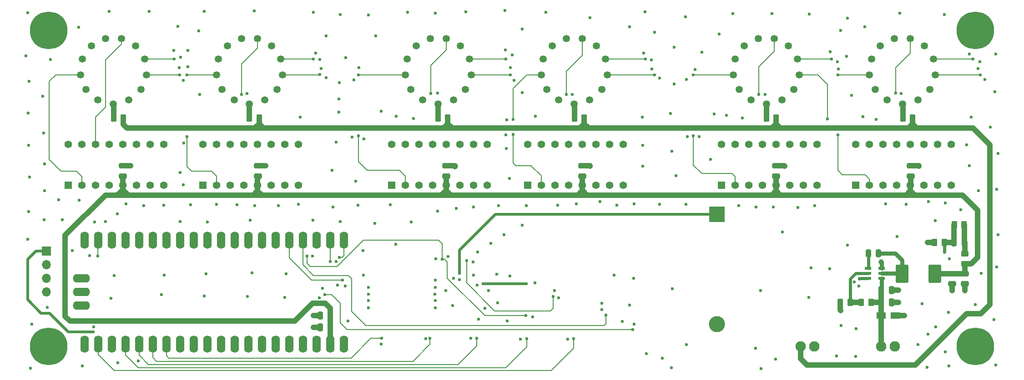
<source format=gbl>
%TF.GenerationSoftware,KiCad,Pcbnew,7.0.5-0*%
%TF.CreationDate,2023-12-27T11:16:32-05:00*%
%TF.ProjectId,nixie,6e697869-652e-46b6-9963-61645f706362,rev?*%
%TF.SameCoordinates,Original*%
%TF.FileFunction,Copper,L4,Bot*%
%TF.FilePolarity,Positive*%
%FSLAX46Y46*%
G04 Gerber Fmt 4.6, Leading zero omitted, Abs format (unit mm)*
G04 Created by KiCad (PCBNEW 7.0.5-0) date 2023-12-27 11:16:32*
%MOMM*%
%LPD*%
G01*
G04 APERTURE LIST*
G04 Aperture macros list*
%AMRoundRect*
0 Rectangle with rounded corners*
0 $1 Rounding radius*
0 $2 $3 $4 $5 $6 $7 $8 $9 X,Y pos of 4 corners*
0 Add a 4 corners polygon primitive as box body*
4,1,4,$2,$3,$4,$5,$6,$7,$8,$9,$2,$3,0*
0 Add four circle primitives for the rounded corners*
1,1,$1+$1,$2,$3*
1,1,$1+$1,$4,$5*
1,1,$1+$1,$6,$7*
1,1,$1+$1,$8,$9*
0 Add four rect primitives between the rounded corners*
20,1,$1+$1,$2,$3,$4,$5,0*
20,1,$1+$1,$4,$5,$6,$7,0*
20,1,$1+$1,$6,$7,$8,$9,0*
20,1,$1+$1,$8,$9,$2,$3,0*%
G04 Aperture macros list end*
%TA.AperFunction,ComponentPad*%
%ADD10C,1.950000*%
%TD*%
%TA.AperFunction,SMDPad,CuDef*%
%ADD11R,1.250000X0.600000*%
%TD*%
%TA.AperFunction,ComponentPad*%
%ADD12C,0.800000*%
%TD*%
%TA.AperFunction,ComponentPad*%
%ADD13C,7.000000*%
%TD*%
%TA.AperFunction,ComponentPad*%
%ADD14R,1.700000X1.700000*%
%TD*%
%TA.AperFunction,ComponentPad*%
%ADD15O,1.700000X1.700000*%
%TD*%
%TA.AperFunction,ComponentPad*%
%ADD16R,1.400000X1.400000*%
%TD*%
%TA.AperFunction,ComponentPad*%
%ADD17C,1.400000*%
%TD*%
%TA.AperFunction,ComponentPad*%
%ADD18O,1.600000X3.200000*%
%TD*%
%TA.AperFunction,ComponentPad*%
%ADD19O,3.200000X1.600000*%
%TD*%
%TA.AperFunction,ComponentPad*%
%ADD20R,3.000000X3.000000*%
%TD*%
%TA.AperFunction,ComponentPad*%
%ADD21C,3.000000*%
%TD*%
%TA.AperFunction,SMDPad,CuDef*%
%ADD22RoundRect,0.250000X0.250000X0.475000X-0.250000X0.475000X-0.250000X-0.475000X0.250000X-0.475000X0*%
%TD*%
%TA.AperFunction,SMDPad,CuDef*%
%ADD23R,1.800000X1.150000*%
%TD*%
%TA.AperFunction,ComponentPad*%
%ADD24C,1.348000*%
%TD*%
%TA.AperFunction,SMDPad,CuDef*%
%ADD25RoundRect,0.250000X0.475000X-0.250000X0.475000X0.250000X-0.475000X0.250000X-0.475000X-0.250000X0*%
%TD*%
%TA.AperFunction,SMDPad,CuDef*%
%ADD26RoundRect,0.235000X-0.940000X-1.465000X0.940000X-1.465000X0.940000X1.465000X-0.940000X1.465000X0*%
%TD*%
%TA.AperFunction,SMDPad,CuDef*%
%ADD27RoundRect,0.250000X0.262500X0.450000X-0.262500X0.450000X-0.262500X-0.450000X0.262500X-0.450000X0*%
%TD*%
%TA.AperFunction,SMDPad,CuDef*%
%ADD28RoundRect,0.250000X0.450000X-0.262500X0.450000X0.262500X-0.450000X0.262500X-0.450000X-0.262500X0*%
%TD*%
%TA.AperFunction,SMDPad,CuDef*%
%ADD29RoundRect,0.250000X-0.250000X-0.475000X0.250000X-0.475000X0.250000X0.475000X-0.250000X0.475000X0*%
%TD*%
%TA.AperFunction,SMDPad,CuDef*%
%ADD30RoundRect,0.250000X-0.475000X0.250000X-0.475000X-0.250000X0.475000X-0.250000X0.475000X0.250000X0*%
%TD*%
%TA.AperFunction,SMDPad,CuDef*%
%ADD31RoundRect,0.250000X-0.262500X-0.450000X0.262500X-0.450000X0.262500X0.450000X-0.262500X0.450000X0*%
%TD*%
%TA.AperFunction,ViaPad*%
%ADD32C,0.600000*%
%TD*%
%TA.AperFunction,ViaPad*%
%ADD33C,1.000000*%
%TD*%
%TA.AperFunction,ViaPad*%
%ADD34C,1.200000*%
%TD*%
%TA.AperFunction,Conductor*%
%ADD35C,1.000000*%
%TD*%
%TA.AperFunction,Conductor*%
%ADD36C,0.800000*%
%TD*%
%TA.AperFunction,Conductor*%
%ADD37C,0.500000*%
%TD*%
%TA.AperFunction,Conductor*%
%ADD38C,0.200000*%
%TD*%
%TA.AperFunction,Conductor*%
%ADD39C,0.600000*%
%TD*%
%TA.AperFunction,Conductor*%
%ADD40C,0.750000*%
%TD*%
G04 APERTURE END LIST*
D10*
%TO.P,J4,1,1*%
%TO.N,+12V*%
X225000000Y-141100000D03*
%TO.P,J4,2,2*%
%TO.N,GND*%
X227540000Y-141100000D03*
%TD*%
%TO.P,J3,1,1*%
%TO.N,VCC*%
X210000000Y-141100000D03*
%TO.P,J3,2,2*%
%TO.N,GND*%
X212540000Y-141100000D03*
%TD*%
D11*
%TO.P,IC9,1,GND*%
%TO.N,GND*%
X225037500Y-126550000D03*
%TO.P,IC9,2,SW*%
%TO.N,Net-(IC9-SW)*%
X225037500Y-127500000D03*
%TO.P,IC9,3,VIN*%
%TO.N,+12V*%
X225037500Y-128450000D03*
%TO.P,IC9,4,FB*%
%TO.N,Net-(IC9-FB)*%
X222537500Y-128450000D03*
%TO.P,IC9,5,EN*%
%TO.N,Net-(IC9-EN)*%
X222537500Y-127500000D03*
%TO.P,IC9,6,BOOT*%
%TO.N,Net-(IC9-BOOT)*%
X222537500Y-126550000D03*
%TD*%
D12*
%TO.P,H2,1*%
%TO.N,N/C*%
X67375000Y-141100000D03*
X68143845Y-139243845D03*
X68143845Y-142956155D03*
X70000000Y-138475000D03*
D13*
X70000000Y-141100000D03*
D12*
X70000000Y-143725000D03*
X71856155Y-139243845D03*
X71856155Y-142956155D03*
X72625000Y-141100000D03*
%TD*%
%TO.P,H3,1*%
%TO.N,N/C*%
X239875000Y-82200000D03*
X240643845Y-80343845D03*
X240643845Y-84056155D03*
X242500000Y-79575000D03*
D13*
X242500000Y-82200000D03*
D12*
X242500000Y-84825000D03*
X244356155Y-80343845D03*
X244356155Y-84056155D03*
X245125000Y-82200000D03*
%TD*%
D14*
%TO.P,J1,1,Pin_1*%
%TO.N,+3V3*%
X69600000Y-123340000D03*
D15*
%TO.P,J1,2,Pin_2*%
%TO.N,/RX*%
X69600000Y-125880000D03*
%TO.P,J1,3,Pin_3*%
%TO.N,/TX*%
X69600000Y-128420000D03*
%TO.P,J1,4,Pin_4*%
%TO.N,GND*%
X69600000Y-130960000D03*
%TD*%
D16*
%TO.P,IC3,1,8*%
%TO.N,/N38*%
X133826600Y-111030000D03*
D17*
%TO.P,IC3,2,9*%
%TO.N,/N39*%
X136366600Y-111030000D03*
%TO.P,IC3,3,A*%
%TO.N,/A3*%
X138906600Y-111030000D03*
%TO.P,IC3,4,D*%
%TO.N,/D3*%
X141446600Y-111030000D03*
%TO.P,IC3,5,VCC*%
%TO.N,+5V*%
X143986600Y-111030000D03*
%TO.P,IC3,6,B*%
%TO.N,/B3*%
X146526600Y-111030000D03*
%TO.P,IC3,7,C*%
%TO.N,/C3*%
X149066600Y-111030000D03*
%TO.P,IC3,8,2*%
%TO.N,/N32*%
X151606600Y-111030000D03*
%TO.P,IC3,9,3*%
%TO.N,/N33*%
X151606600Y-103410000D03*
%TO.P,IC3,10,7*%
%TO.N,/N37*%
X149066600Y-103410000D03*
%TO.P,IC3,11,6*%
%TO.N,/N36*%
X146526600Y-103410000D03*
%TO.P,IC3,12,GND*%
%TO.N,GND*%
X143986600Y-103410000D03*
%TO.P,IC3,13,4*%
%TO.N,/N34*%
X141446600Y-103410000D03*
%TO.P,IC3,14,5*%
%TO.N,/N35*%
X138906600Y-103410000D03*
%TO.P,IC3,15,1*%
%TO.N,/N31*%
X136366600Y-103410000D03*
%TO.P,IC3,16,0*%
%TO.N,/N30*%
X133826600Y-103410000D03*
%TD*%
D12*
%TO.P,H1,1*%
%TO.N,N/C*%
X70000000Y-84825000D03*
X68143845Y-84056155D03*
X71856155Y-84056155D03*
X67375000Y-82200000D03*
D13*
X70000000Y-82200000D03*
D12*
X72625000Y-82200000D03*
X68143845Y-80343845D03*
X71856155Y-80343845D03*
X70000000Y-79575000D03*
%TD*%
%TO.P,H4,1*%
%TO.N,N/C*%
X239875000Y-141100000D03*
X240643845Y-139243845D03*
X240643845Y-142956155D03*
X242500000Y-138475000D03*
D13*
X242500000Y-141100000D03*
D12*
X242500000Y-143725000D03*
X244356155Y-139243845D03*
X244356155Y-142956155D03*
X245125000Y-141100000D03*
%TD*%
D18*
%TO.P,P1,3V3,3V3*%
%TO.N,+3V3*%
X114780000Y-140680000D03*
%TO.P,P1,3V3_EN,3V3_EN*%
%TO.N,unconnected-(P1-Pad3V3_EN)*%
X117320000Y-140680000D03*
%TO.P,P1,ADC_VREF,ADC_VREF*%
%TO.N,unconnected-(P1-PadADC_VREF)*%
X112240000Y-140680000D03*
%TO.P,P1,AGND,AGND*%
%TO.N,GND*%
X107160000Y-140680000D03*
%TO.P,P1,GND@1,GND*%
X119860000Y-121300000D03*
%TO.P,P1,GND@2,GND*%
X107160000Y-121300000D03*
%TO.P,P1,GND@3,GND*%
X94460000Y-121300000D03*
%TO.P,P1,GND@4,GND*%
X81760000Y-121300000D03*
D19*
%TO.P,P1,GND@5,GND*%
X76110000Y-130990000D03*
D18*
%TO.P,P1,GND@6,GND*%
X81760000Y-140680000D03*
%TO.P,P1,GND@7,GND*%
X94460000Y-140680000D03*
%TO.P,P1,GND@8,GND*%
X119860000Y-140680000D03*
%TO.P,P1,GP0,GP0*%
%TO.N,/RX*%
X124940000Y-121300000D03*
%TO.P,P1,GP1,GP1*%
%TO.N,/TX*%
X122400000Y-121300000D03*
%TO.P,P1,GP2,GP2*%
%TO.N,/RSTIO*%
X117320000Y-121300000D03*
%TO.P,P1,GP3,GP3*%
%TO.N,/RSTC*%
X114780000Y-121300000D03*
%TO.P,P1,GP4,GP4*%
%TO.N,/C2*%
X112240000Y-121300000D03*
%TO.P,P1,GP5,GP5*%
%TO.N,/B2*%
X109700000Y-121300000D03*
%TO.P,P1,GP6,GP6*%
%TO.N,/D2*%
X104620000Y-121300000D03*
%TO.P,P1,GP7,GP7*%
%TO.N,/A2*%
X102080000Y-121300000D03*
%TO.P,P1,GP8,GP8*%
%TO.N,unconnected-(P1-PadGP8)*%
X99540000Y-121300000D03*
%TO.P,P1,GP9,GP9*%
%TO.N,unconnected-(P1-PadGP9)*%
X97000000Y-121300000D03*
%TO.P,P1,GP10,GP10*%
%TO.N,/C1*%
X91920000Y-121300000D03*
%TO.P,P1,GP11,GP11*%
%TO.N,/B1*%
X89380000Y-121300000D03*
%TO.P,P1,GP12,GP12*%
%TO.N,/D1*%
X86840000Y-121300000D03*
%TO.P,P1,GP13,GP13*%
%TO.N,/A1*%
X84300000Y-121300000D03*
%TO.P,P1,GP14,GP14*%
%TO.N,/SDA1*%
X79220000Y-121300000D03*
%TO.P,P1,GP15,GP15*%
%TO.N,/SCL1*%
X76680000Y-121300000D03*
%TO.P,P1,GP16,GP16*%
%TO.N,/S6*%
X76680000Y-140680000D03*
%TO.P,P1,GP17,GP17*%
%TO.N,/S5*%
X79220000Y-140680000D03*
%TO.P,P1,GP18,GP18*%
%TO.N,/S4*%
X84300000Y-140680000D03*
%TO.P,P1,GP19,GP19*%
%TO.N,/S3*%
X86840000Y-140680000D03*
%TO.P,P1,GP20,GP20*%
%TO.N,/S2*%
X89380000Y-140680000D03*
%TO.P,P1,GP21,GP21*%
%TO.N,/S1*%
X91920000Y-140680000D03*
%TO.P,P1,GP22,GP22*%
%TO.N,unconnected-(P1-PadGP22)*%
X97000000Y-140680000D03*
%TO.P,P1,GP26_A0,GP26_A0*%
%TO.N,unconnected-(P1-PadGP26_A0)*%
X102080000Y-140680000D03*
%TO.P,P1,GP27_A1,GP27_A1*%
%TO.N,unconnected-(P1-PadGP27_A1)*%
X104620000Y-140680000D03*
%TO.P,P1,GP28_A2,GP28_A2*%
%TO.N,unconnected-(P1-PadGP28_A2)*%
X109700000Y-140680000D03*
%TO.P,P1,RUN,RUN*%
%TO.N,unconnected-(P1-PadRUN)*%
X99540000Y-140680000D03*
D19*
%TO.P,P1,SWCLK,SWCLK*%
%TO.N,unconnected-(P1-PadSWCLK)*%
X76110000Y-128450000D03*
%TO.P,P1,SWDIO,SWDIO*%
%TO.N,unconnected-(P1-PadSWDIO)*%
X76110000Y-133530000D03*
D18*
%TO.P,P1,VBUS,VBUS*%
%TO.N,unconnected-(P1-PadVBUS)*%
X124940000Y-140680000D03*
%TO.P,P1,VSYS,VSYS*%
%TO.N,+5V*%
X122400000Y-140680000D03*
%TD*%
D20*
%TO.P,BAT1,1,+*%
%TO.N,Net-(BAT1-+)*%
X194400000Y-116510000D03*
D21*
%TO.P,BAT1,2,-*%
%TO.N,GND*%
X194400000Y-137000000D03*
%TD*%
D16*
%TO.P,IC8,1,8*%
%TO.N,/N68*%
X220260000Y-111030000D03*
D17*
%TO.P,IC8,2,9*%
%TO.N,/N69*%
X222800000Y-111030000D03*
%TO.P,IC8,3,A*%
%TO.N,/A6*%
X225340000Y-111030000D03*
%TO.P,IC8,4,D*%
%TO.N,/D6*%
X227880000Y-111030000D03*
%TO.P,IC8,5,VCC*%
%TO.N,+5V*%
X230420000Y-111030000D03*
%TO.P,IC8,6,B*%
%TO.N,/B6*%
X232960000Y-111030000D03*
%TO.P,IC8,7,C*%
%TO.N,/C6*%
X235500000Y-111030000D03*
%TO.P,IC8,8,2*%
%TO.N,/N62*%
X238040000Y-111030000D03*
%TO.P,IC8,9,3*%
%TO.N,/N63*%
X238040000Y-103410000D03*
%TO.P,IC8,10,7*%
%TO.N,/N67*%
X235500000Y-103410000D03*
%TO.P,IC8,11,6*%
%TO.N,/N66*%
X232960000Y-103410000D03*
%TO.P,IC8,12,GND*%
%TO.N,GND*%
X230420000Y-103410000D03*
%TO.P,IC8,13,4*%
%TO.N,/N64*%
X227880000Y-103410000D03*
%TO.P,IC8,14,5*%
%TO.N,/N65*%
X225340000Y-103410000D03*
%TO.P,IC8,15,1*%
%TO.N,/N61*%
X222800000Y-103410000D03*
%TO.P,IC8,16,0*%
%TO.N,/N60*%
X220260000Y-103410000D03*
%TD*%
D16*
%TO.P,IC7,1,8*%
%TO.N,/N58*%
X195226000Y-111030000D03*
D17*
%TO.P,IC7,2,9*%
%TO.N,/N59*%
X197766000Y-111030000D03*
%TO.P,IC7,3,A*%
%TO.N,/A5*%
X200306000Y-111030000D03*
%TO.P,IC7,4,D*%
%TO.N,/D5*%
X202846000Y-111030000D03*
%TO.P,IC7,5,VCC*%
%TO.N,+5V*%
X205386000Y-111030000D03*
%TO.P,IC7,6,B*%
%TO.N,/B5*%
X207926000Y-111030000D03*
%TO.P,IC7,7,C*%
%TO.N,/C5*%
X210466000Y-111030000D03*
%TO.P,IC7,8,2*%
%TO.N,/N52*%
X213006000Y-111030000D03*
%TO.P,IC7,9,3*%
%TO.N,/N53*%
X213006000Y-103410000D03*
%TO.P,IC7,10,7*%
%TO.N,/N57*%
X210466000Y-103410000D03*
%TO.P,IC7,11,6*%
%TO.N,/N56*%
X207926000Y-103410000D03*
%TO.P,IC7,12,GND*%
%TO.N,GND*%
X205386000Y-103410000D03*
%TO.P,IC7,13,4*%
%TO.N,/N54*%
X202846000Y-103410000D03*
%TO.P,IC7,14,5*%
%TO.N,/N55*%
X200306000Y-103410000D03*
%TO.P,IC7,15,1*%
%TO.N,/N51*%
X197766000Y-103410000D03*
%TO.P,IC7,16,0*%
%TO.N,/N50*%
X195226000Y-103410000D03*
%TD*%
D16*
%TO.P,IC4,1,8*%
%TO.N,/N48*%
X159188600Y-111030000D03*
D17*
%TO.P,IC4,2,9*%
%TO.N,/N49*%
X161728600Y-111030000D03*
%TO.P,IC4,3,A*%
%TO.N,/A4*%
X164268600Y-111030000D03*
%TO.P,IC4,4,D*%
%TO.N,/D4*%
X166808600Y-111030000D03*
%TO.P,IC4,5,VCC*%
%TO.N,+5V*%
X169348600Y-111030000D03*
%TO.P,IC4,6,B*%
%TO.N,/B4*%
X171888600Y-111030000D03*
%TO.P,IC4,7,C*%
%TO.N,/C4*%
X174428600Y-111030000D03*
%TO.P,IC4,8,2*%
%TO.N,/N42*%
X176968600Y-111030000D03*
%TO.P,IC4,9,3*%
%TO.N,/N43*%
X176968600Y-103410000D03*
%TO.P,IC4,10,7*%
%TO.N,/N47*%
X174428600Y-103410000D03*
%TO.P,IC4,11,6*%
%TO.N,/N46*%
X171888600Y-103410000D03*
%TO.P,IC4,12,GND*%
%TO.N,GND*%
X169348600Y-103410000D03*
%TO.P,IC4,13,4*%
%TO.N,/N44*%
X166808600Y-103410000D03*
%TO.P,IC4,14,5*%
%TO.N,/N45*%
X164268600Y-103410000D03*
%TO.P,IC4,15,1*%
%TO.N,/N41*%
X161728600Y-103410000D03*
%TO.P,IC4,16,0*%
%TO.N,/N40*%
X159188600Y-103410000D03*
%TD*%
D16*
%TO.P,IC2,1,8*%
%TO.N,/N28*%
X98764600Y-111030000D03*
D17*
%TO.P,IC2,2,9*%
%TO.N,/N29*%
X101304600Y-111030000D03*
%TO.P,IC2,3,A*%
%TO.N,/A2*%
X103844600Y-111030000D03*
%TO.P,IC2,4,D*%
%TO.N,/D2*%
X106384600Y-111030000D03*
%TO.P,IC2,5,VCC*%
%TO.N,+5V*%
X108924600Y-111030000D03*
%TO.P,IC2,6,B*%
%TO.N,/B2*%
X111464600Y-111030000D03*
%TO.P,IC2,7,C*%
%TO.N,/C2*%
X114004600Y-111030000D03*
%TO.P,IC2,8,2*%
%TO.N,/N22*%
X116544600Y-111030000D03*
%TO.P,IC2,9,3*%
%TO.N,/N23*%
X116544600Y-103410000D03*
%TO.P,IC2,10,7*%
%TO.N,/N27*%
X114004600Y-103410000D03*
%TO.P,IC2,11,6*%
%TO.N,/N26*%
X111464600Y-103410000D03*
%TO.P,IC2,12,GND*%
%TO.N,GND*%
X108924600Y-103410000D03*
%TO.P,IC2,13,4*%
%TO.N,/N24*%
X106384600Y-103410000D03*
%TO.P,IC2,14,5*%
%TO.N,/N25*%
X103844600Y-103410000D03*
%TO.P,IC2,15,1*%
%TO.N,/N21*%
X101304600Y-103410000D03*
%TO.P,IC2,16,0*%
%TO.N,/N20*%
X98764600Y-103410000D03*
%TD*%
D16*
%TO.P,IC1,1,8*%
%TO.N,/N18*%
X73682600Y-111030000D03*
D17*
%TO.P,IC1,2,9*%
%TO.N,/N19*%
X76222600Y-111030000D03*
%TO.P,IC1,3,A*%
%TO.N,/A1*%
X78762600Y-111030000D03*
%TO.P,IC1,4,D*%
%TO.N,/D1*%
X81302600Y-111030000D03*
%TO.P,IC1,5,VCC*%
%TO.N,+5V*%
X83842600Y-111030000D03*
%TO.P,IC1,6,B*%
%TO.N,/B1*%
X86382600Y-111030000D03*
%TO.P,IC1,7,C*%
%TO.N,/C1*%
X88922600Y-111030000D03*
%TO.P,IC1,8,2*%
%TO.N,/N12*%
X91462600Y-111030000D03*
%TO.P,IC1,9,3*%
%TO.N,/N13*%
X91462600Y-103410000D03*
%TO.P,IC1,10,7*%
%TO.N,/N17*%
X88922600Y-103410000D03*
%TO.P,IC1,11,6*%
%TO.N,/N16*%
X86382600Y-103410000D03*
%TO.P,IC1,12,GND*%
%TO.N,GND*%
X83842600Y-103410000D03*
%TO.P,IC1,13,4*%
%TO.N,/N14*%
X81302600Y-103410000D03*
%TO.P,IC1,14,5*%
%TO.N,/N15*%
X78762600Y-103410000D03*
%TO.P,IC1,15,1*%
%TO.N,/N11*%
X76222600Y-103410000D03*
%TO.P,IC1,16,0*%
%TO.N,/N10*%
X73682600Y-103410000D03*
%TD*%
D22*
%TO.P,C6,1*%
%TO.N,+5V*%
X122450000Y-137600000D03*
%TO.P,C6,2*%
%TO.N,GND*%
X120550000Y-137600000D03*
%TD*%
%TO.P,C17,1*%
%TO.N,Net-(C17-Pad1)*%
X240450000Y-121700000D03*
%TO.P,C17,2*%
%TO.N,Net-(IC9-FB)*%
X238550000Y-121700000D03*
%TD*%
D23*
%TO.P,C10,1*%
%TO.N,+12V*%
X224987500Y-135400000D03*
%TO.P,C10,2*%
%TO.N,GND*%
X227587500Y-135400000D03*
%TD*%
D24*
%TO.P,N6,0,0*%
%TO.N,/N60*%
X223835200Y-93226300D03*
%TO.P,N6,1,1*%
%TO.N,/N61*%
X234023600Y-93226300D03*
%TO.P,N6,2,2*%
%TO.N,/N62*%
X235074200Y-90456100D03*
%TO.P,N6,3,3*%
%TO.N,/N63*%
X234717100Y-87515000D03*
%TO.P,N6,4,4*%
%TO.N,/N64*%
X233034100Y-85076800D03*
%TO.P,N6,5,5*%
%TO.N,/N65*%
X230410700Y-83699900D03*
%TO.P,N6,6,6*%
%TO.N,/N66*%
X227448100Y-83699900D03*
%TO.P,N6,7,7*%
%TO.N,/N67*%
X224824700Y-85076800D03*
%TO.P,N6,8,8*%
%TO.N,/N68*%
X223141700Y-87515000D03*
%TO.P,N6,9,9*%
%TO.N,/N69*%
X222784600Y-90456100D03*
%TO.P,N6,A,A*%
%TO.N,/170V6*%
X228929400Y-95899900D03*
%TO.P,N6,LHDP,LHDP*%
%TO.N,unconnected-(N6-PadLHDP)*%
X226052800Y-95190900D03*
%TO.P,N6,RHDP,RHDP*%
%TO.N,unconnected-(N6-PadRHDP)*%
X231806000Y-95190900D03*
%TD*%
D25*
%TO.P,C1,1*%
%TO.N,+5V*%
X83842600Y-109350000D03*
%TO.P,C1,2*%
%TO.N,GND*%
X83842600Y-107450000D03*
%TD*%
%TO.P,C4,1*%
%TO.N,+5V*%
X169300000Y-109350000D03*
%TO.P,C4,2*%
%TO.N,GND*%
X169300000Y-107450000D03*
%TD*%
%TO.P,C9,1*%
%TO.N,+5V*%
X230434000Y-109350000D03*
%TO.P,C9,2*%
%TO.N,GND*%
X230434000Y-107450000D03*
%TD*%
%TO.P,C2,1*%
%TO.N,+5V*%
X108934000Y-109350000D03*
%TO.P,C2,2*%
%TO.N,GND*%
X108934000Y-107450000D03*
%TD*%
D24*
%TO.P,N4,0,0*%
%TO.N,/N40*%
X162750400Y-93226300D03*
%TO.P,N4,1,1*%
%TO.N,/N41*%
X172938800Y-93226300D03*
%TO.P,N4,2,2*%
%TO.N,/N42*%
X173989400Y-90456100D03*
%TO.P,N4,3,3*%
%TO.N,/N43*%
X173632300Y-87515000D03*
%TO.P,N4,4,4*%
%TO.N,/N44*%
X171949300Y-85076800D03*
%TO.P,N4,5,5*%
%TO.N,/N45*%
X169325900Y-83699900D03*
%TO.P,N4,6,6*%
%TO.N,/N46*%
X166363300Y-83699900D03*
%TO.P,N4,7,7*%
%TO.N,/N47*%
X163739900Y-85076800D03*
%TO.P,N4,8,8*%
%TO.N,/N48*%
X162056900Y-87515000D03*
%TO.P,N4,9,9*%
%TO.N,/N49*%
X161699800Y-90456100D03*
%TO.P,N4,A,A*%
%TO.N,/170V4*%
X167844600Y-95899900D03*
%TO.P,N4,LHDP,LHDP*%
%TO.N,unconnected-(N4-PadLHDP)*%
X164968000Y-95190900D03*
%TO.P,N4,RHDP,RHDP*%
%TO.N,unconnected-(N4-PadRHDP)*%
X170721200Y-95190900D03*
%TD*%
D26*
%TO.P,L1,1,1*%
%TO.N,Net-(IC9-SW)*%
X228875000Y-127600000D03*
%TO.P,L1,2,2*%
%TO.N,+5V*%
X234925000Y-127600000D03*
%TD*%
D27*
%TO.P,R12,1*%
%TO.N,+12V*%
X223100000Y-132900000D03*
%TO.P,R12,2*%
%TO.N,Net-(IC9-EN)*%
X221275000Y-132900000D03*
%TD*%
D28*
%TO.P,R14,1*%
%TO.N,+5V*%
X240500000Y-125700000D03*
%TO.P,R14,2*%
%TO.N,Net-(C17-Pad1)*%
X240500000Y-123875000D03*
%TD*%
D27*
%TO.P,R3,1*%
%TO.N,VCC*%
X144312500Y-98500000D03*
%TO.P,R3,2*%
%TO.N,/170V3*%
X142487500Y-98500000D03*
%TD*%
D25*
%TO.P,C3,1*%
%TO.N,+5V*%
X144000000Y-109350000D03*
%TO.P,C3,2*%
%TO.N,GND*%
X144000000Y-107450000D03*
%TD*%
D29*
%TO.P,C13,1*%
%TO.N,+12V*%
X225000000Y-130600000D03*
%TO.P,C13,2*%
%TO.N,GND*%
X226900000Y-130600000D03*
%TD*%
D30*
%TO.P,C16,1*%
%TO.N,+5V*%
X240500000Y-127550000D03*
%TO.P,C16,2*%
%TO.N,GND*%
X240500000Y-129450000D03*
%TD*%
D31*
%TO.P,R8,1*%
%TO.N,/170V6*%
X228987500Y-98500000D03*
%TO.P,R8,2*%
%TO.N,VCC*%
X230812500Y-98500000D03*
%TD*%
D22*
%TO.P,C11,1*%
%TO.N,+5V*%
X122450000Y-135400000D03*
%TO.P,C11,2*%
%TO.N,GND*%
X120550000Y-135400000D03*
%TD*%
D27*
%TO.P,R2,1*%
%TO.N,VCC*%
X109212500Y-98500000D03*
%TO.P,R2,2*%
%TO.N,/170V2*%
X107387500Y-98500000D03*
%TD*%
D29*
%TO.P,C14,1*%
%TO.N,Net-(IC9-BOOT)*%
X222550000Y-123800000D03*
%TO.P,C14,2*%
%TO.N,Net-(IC9-SW)*%
X224450000Y-123800000D03*
%TD*%
D30*
%TO.P,C15,1*%
%TO.N,+5V*%
X238200000Y-127550000D03*
%TO.P,C15,2*%
%TO.N,GND*%
X238200000Y-129450000D03*
%TD*%
D27*
%TO.P,R4,1*%
%TO.N,VCC*%
X169712500Y-98500000D03*
%TO.P,R4,2*%
%TO.N,/170V4*%
X167887500Y-98500000D03*
%TD*%
D31*
%TO.P,R7,1*%
%TO.N,/170V5*%
X203587500Y-98500000D03*
%TO.P,R7,2*%
%TO.N,VCC*%
X205412500Y-98500000D03*
%TD*%
D27*
%TO.P,R1,1*%
%TO.N,VCC*%
X83912500Y-98500000D03*
%TO.P,R1,2*%
%TO.N,/170V1*%
X82087500Y-98500000D03*
%TD*%
D29*
%TO.P,C12,1*%
%TO.N,+12V*%
X225000000Y-132900000D03*
%TO.P,C12,2*%
%TO.N,GND*%
X226900000Y-132900000D03*
%TD*%
D27*
%TO.P,R15,1*%
%TO.N,Net-(C17-Pad1)*%
X240412500Y-118400000D03*
%TO.P,R15,2*%
%TO.N,Net-(IC9-FB)*%
X238587500Y-118400000D03*
%TD*%
%TO.P,R16,1*%
%TO.N,Net-(IC9-FB)*%
X236712500Y-121700000D03*
%TO.P,R16,2*%
%TO.N,GND*%
X234887500Y-121700000D03*
%TD*%
D24*
%TO.P,N5,0,0*%
%TO.N,/N50*%
X198506000Y-93226300D03*
%TO.P,N5,1,1*%
%TO.N,/N51*%
X208694400Y-93226300D03*
%TO.P,N5,2,2*%
%TO.N,/N52*%
X209745000Y-90456100D03*
%TO.P,N5,3,3*%
%TO.N,/N53*%
X209387900Y-87515000D03*
%TO.P,N5,4,4*%
%TO.N,/N54*%
X207704900Y-85076800D03*
%TO.P,N5,5,5*%
%TO.N,/N55*%
X205081500Y-83699900D03*
%TO.P,N5,6,6*%
%TO.N,/N56*%
X202118900Y-83699900D03*
%TO.P,N5,7,7*%
%TO.N,/N57*%
X199495500Y-85076800D03*
%TO.P,N5,8,8*%
%TO.N,/N58*%
X197812500Y-87515000D03*
%TO.P,N5,9,9*%
%TO.N,/N59*%
X197455400Y-90456100D03*
%TO.P,N5,A,A*%
%TO.N,/170V5*%
X203600200Y-95899900D03*
%TO.P,N5,LHDP,LHDP*%
%TO.N,unconnected-(N5-PadLHDP)*%
X200723600Y-95190900D03*
%TO.P,N5,RHDP,RHDP*%
%TO.N,unconnected-(N5-PadRHDP)*%
X206476800Y-95190900D03*
%TD*%
D27*
%TO.P,R13,1*%
%TO.N,Net-(IC9-EN)*%
X219200000Y-132900000D03*
%TO.P,R13,2*%
%TO.N,GND*%
X217375000Y-132900000D03*
%TD*%
D25*
%TO.P,C8,1*%
%TO.N,+5V*%
X205434000Y-109350000D03*
%TO.P,C8,2*%
%TO.N,GND*%
X205434000Y-107450000D03*
%TD*%
D24*
%TO.P,N3,0,0*%
%TO.N,/N30*%
X137428600Y-93226300D03*
%TO.P,N3,1,1*%
%TO.N,/N31*%
X147617000Y-93226300D03*
%TO.P,N3,2,2*%
%TO.N,/N32*%
X148667600Y-90456100D03*
%TO.P,N3,3,3*%
%TO.N,/N33*%
X148310500Y-87515000D03*
%TO.P,N3,4,4*%
%TO.N,/N34*%
X146627500Y-85076800D03*
%TO.P,N3,5,5*%
%TO.N,/N35*%
X144004100Y-83699900D03*
%TO.P,N3,6,6*%
%TO.N,/N36*%
X141041500Y-83699900D03*
%TO.P,N3,7,7*%
%TO.N,/N37*%
X138418100Y-85076800D03*
%TO.P,N3,8,8*%
%TO.N,/N38*%
X136735100Y-87515000D03*
%TO.P,N3,9,9*%
%TO.N,/N39*%
X136378000Y-90456100D03*
%TO.P,N3,A,A*%
%TO.N,/170V3*%
X142522800Y-95899900D03*
%TO.P,N3,LHDP,LHDP*%
%TO.N,unconnected-(N3-PadLHDP)*%
X139646200Y-95190900D03*
%TO.P,N3,RHDP,RHDP*%
%TO.N,unconnected-(N3-PadRHDP)*%
X145399400Y-95190900D03*
%TD*%
%TO.P,N1,0,0*%
%TO.N,/N10*%
X76984600Y-93226300D03*
%TO.P,N1,1,1*%
%TO.N,/N11*%
X87173000Y-93226300D03*
%TO.P,N1,2,2*%
%TO.N,/N12*%
X88223600Y-90456100D03*
%TO.P,N1,3,3*%
%TO.N,/N13*%
X87866500Y-87515000D03*
%TO.P,N1,4,4*%
%TO.N,/N14*%
X86183500Y-85076800D03*
%TO.P,N1,5,5*%
%TO.N,/N15*%
X83560100Y-83699900D03*
%TO.P,N1,6,6*%
%TO.N,/N16*%
X80597500Y-83699900D03*
%TO.P,N1,7,7*%
%TO.N,/N17*%
X77974100Y-85076800D03*
%TO.P,N1,8,8*%
%TO.N,/N18*%
X76291100Y-87515000D03*
%TO.P,N1,9,9*%
%TO.N,/N19*%
X75934000Y-90456100D03*
%TO.P,N1,A,A*%
%TO.N,/170V1*%
X82078800Y-95899900D03*
%TO.P,N1,LHDP,LHDP*%
%TO.N,unconnected-(N1-PadLHDP)*%
X79202200Y-95190900D03*
%TO.P,N1,RHDP,RHDP*%
%TO.N,unconnected-(N1-PadRHDP)*%
X84955400Y-95190900D03*
%TD*%
%TO.P,N2,0,0*%
%TO.N,/N20*%
X102306400Y-93226300D03*
%TO.P,N2,1,1*%
%TO.N,/N21*%
X112494800Y-93226300D03*
%TO.P,N2,2,2*%
%TO.N,/N22*%
X113545400Y-90456100D03*
%TO.P,N2,3,3*%
%TO.N,/N23*%
X113188300Y-87515000D03*
%TO.P,N2,4,4*%
%TO.N,/N24*%
X111505300Y-85076800D03*
%TO.P,N2,5,5*%
%TO.N,/N25*%
X108881900Y-83699900D03*
%TO.P,N2,6,6*%
%TO.N,/N26*%
X105919300Y-83699900D03*
%TO.P,N2,7,7*%
%TO.N,/N27*%
X103295900Y-85076800D03*
%TO.P,N2,8,8*%
%TO.N,/N28*%
X101612900Y-87515000D03*
%TO.P,N2,9,9*%
%TO.N,/N29*%
X101255800Y-90456100D03*
%TO.P,N2,A,A*%
%TO.N,/170V2*%
X107400600Y-95899900D03*
%TO.P,N2,LHDP,LHDP*%
%TO.N,unconnected-(N2-PadLHDP)*%
X104524000Y-95190900D03*
%TO.P,N2,RHDP,RHDP*%
%TO.N,unconnected-(N2-PadRHDP)*%
X110277200Y-95190900D03*
%TD*%
D32*
%TO.N,GND*%
X125700000Y-136400000D03*
X166600000Y-139800000D03*
X221900000Y-81500000D03*
X188741538Y-140786711D03*
X101300000Y-114600000D03*
X162600000Y-78800000D03*
X125300000Y-87300000D03*
X153772868Y-114884939D03*
X107017605Y-131809300D03*
X120700000Y-89300000D03*
X134599594Y-122088741D03*
X246100000Y-93600000D03*
X119100000Y-124300000D03*
X217400000Y-82200000D03*
X246698118Y-120283057D03*
X75600000Y-81600000D03*
X203400000Y-94100000D03*
X66100000Y-78900000D03*
X81602344Y-132148170D03*
X141900000Y-131400000D03*
X145200000Y-133500000D03*
X237700000Y-124800000D03*
X137900000Y-98600000D03*
X180595791Y-103589038D03*
X240900000Y-103500000D03*
X124022259Y-97397335D03*
X142000000Y-132600000D03*
D33*
X170800000Y-107500000D03*
D32*
X116500000Y-114600000D03*
X123500000Y-125300000D03*
X217494019Y-137220595D03*
X149100000Y-115100000D03*
X96471753Y-114715947D03*
X99600000Y-117900000D03*
X220000000Y-129100000D03*
X228700000Y-94000000D03*
X121700000Y-83200000D03*
X156000000Y-89100000D03*
X180500000Y-98400000D03*
D33*
X217400000Y-134400000D03*
D32*
X206600000Y-119800000D03*
X241700000Y-98400000D03*
X84400000Y-114500000D03*
X78600000Y-117900000D03*
X194800000Y-82900000D03*
X153600000Y-133000000D03*
X71869763Y-113767103D03*
X193900000Y-97800000D03*
X142000000Y-130100000D03*
X87700000Y-114900000D03*
X244300000Y-91300000D03*
X94600000Y-87200000D03*
X179000000Y-137000000D03*
X108287048Y-78528572D03*
X95100000Y-111000000D03*
X246000000Y-136100000D03*
X156300000Y-86800000D03*
X123500000Y-103000000D03*
X94500000Y-117800000D03*
X68900000Y-94500000D03*
X145900000Y-115400000D03*
X66600000Y-145200000D03*
X196200000Y-98000000D03*
X66467445Y-109580076D03*
X125200000Y-129900000D03*
X205300000Y-143500000D03*
X190300000Y-89500000D03*
X211595682Y-79188043D03*
X69100000Y-101300000D03*
X233500000Y-145000000D03*
X155100000Y-101700000D03*
X186463788Y-92155817D03*
X154800000Y-120300000D03*
X91400000Y-114800000D03*
X146500000Y-128700000D03*
X128600000Y-127800000D03*
X119300000Y-78800000D03*
X129500000Y-79300000D03*
X131900000Y-140700000D03*
X191100000Y-102000000D03*
X179000000Y-114500000D03*
X94100000Y-81400000D03*
X155300000Y-98900000D03*
X149800000Y-129700000D03*
D33*
X232000000Y-107500000D03*
D32*
X120400000Y-132100000D03*
X215500000Y-86200000D03*
X142400000Y-115900000D03*
X105100000Y-114700000D03*
D33*
X228200000Y-130600000D03*
D32*
X150058465Y-136079730D03*
X82800000Y-116400000D03*
D33*
X85300000Y-107400000D03*
D32*
X134700000Y-98200000D03*
X66200000Y-97600000D03*
X95900000Y-89000000D03*
X216700000Y-142900000D03*
X218678069Y-79933558D03*
D33*
X207000000Y-107500000D03*
D32*
X70400000Y-87600000D03*
X129500000Y-131400000D03*
X158900000Y-114900000D03*
X218700000Y-122200000D03*
X119186374Y-117543187D03*
X232600000Y-133200000D03*
X236700000Y-79200000D03*
X204900000Y-115100000D03*
X140200000Y-139700000D03*
X112800000Y-114900000D03*
X82200000Y-127900000D03*
X151900000Y-130700000D03*
X243000000Y-89300000D03*
X191600000Y-86300000D03*
X175229236Y-127859460D03*
X75700000Y-113900000D03*
X186450830Y-85337879D03*
X236900000Y-114400000D03*
X122947832Y-115154152D03*
X181000000Y-78700000D03*
X236900000Y-142100000D03*
X142400000Y-93900000D03*
X197400000Y-79100000D03*
X211900000Y-126500000D03*
X243100000Y-112100000D03*
X242500000Y-133300000D03*
X184255812Y-143350831D03*
D33*
X228200000Y-132900000D03*
D32*
X220295345Y-137853153D03*
X182300000Y-89400000D03*
X199100000Y-98500000D03*
X178100000Y-133400000D03*
X246500000Y-111800000D03*
X127624240Y-114798338D03*
X116800000Y-98400000D03*
X66900000Y-137000000D03*
X164900000Y-132100000D03*
X114000000Y-132000000D03*
X131900000Y-97300000D03*
X229600000Y-114600000D03*
X119700000Y-86400000D03*
X235000000Y-117700000D03*
X160100000Y-135600000D03*
X78400000Y-137500000D03*
X241400000Y-107400000D03*
X66298010Y-116018608D03*
X235100000Y-137500000D03*
X107500000Y-117600000D03*
X215419938Y-126621590D03*
X143900000Y-130700000D03*
X123800000Y-129700000D03*
X129500000Y-132600000D03*
X155400000Y-136400000D03*
X142000000Y-133900000D03*
X198500000Y-114900000D03*
X201600000Y-141500000D03*
X82900000Y-144200000D03*
X241391276Y-86593306D03*
X155900000Y-128000000D03*
X170800000Y-79800000D03*
D33*
X229300000Y-135400000D03*
D32*
X183700000Y-114600000D03*
X128500000Y-123300000D03*
X186000000Y-104700000D03*
X142000000Y-79000000D03*
X243600000Y-127500000D03*
X137500000Y-117900000D03*
X246700000Y-105100000D03*
X167500000Y-94100000D03*
X219500000Y-94300000D03*
X94300000Y-89100000D03*
X155000000Y-85800000D03*
X188585712Y-79644861D03*
X188700000Y-91300000D03*
X133600000Y-114700000D03*
X182800000Y-82500000D03*
X144400000Y-124400000D03*
X80600000Y-117800000D03*
X124000000Y-95000000D03*
X98100000Y-94100000D03*
X172600000Y-114100000D03*
X173000000Y-133100000D03*
X188600000Y-114600000D03*
X239800000Y-115600000D03*
X127185379Y-110334879D03*
X122800000Y-108300000D03*
X81300000Y-78600000D03*
X188900000Y-102000000D03*
X66400000Y-91700000D03*
X130900000Y-83200000D03*
X246300000Y-86600000D03*
X173000000Y-134300000D03*
X158200000Y-118500000D03*
X225800000Y-114500000D03*
X69300000Y-112100000D03*
X76286374Y-144743518D03*
X130724902Y-118153153D03*
D33*
X240500000Y-130700000D03*
D32*
X246500000Y-126300000D03*
X157800000Y-139800000D03*
D33*
X225000000Y-125400000D03*
D32*
X175800000Y-114800000D03*
X185900000Y-145100000D03*
X106900000Y-94000000D03*
X124261519Y-79244111D03*
X202500000Y-130700000D03*
X95100000Y-91500000D03*
X201700000Y-115100000D03*
X155800000Y-109800000D03*
X217000000Y-89400000D03*
X129500000Y-130100000D03*
X202600000Y-145300000D03*
X220200000Y-143000000D03*
X145400000Y-128400000D03*
X99000000Y-78600000D03*
X243300000Y-88000000D03*
X181300000Y-142500000D03*
X183700000Y-91100000D03*
X180595791Y-107550054D03*
X72600000Y-117500000D03*
X160600000Y-98200000D03*
X185800000Y-97700000D03*
X180800000Y-86400000D03*
X186800000Y-109300000D03*
X107830893Y-127370101D03*
X136800000Y-78800000D03*
X178900000Y-128400000D03*
D33*
X233600000Y-121700000D03*
D32*
X126500000Y-102100000D03*
X228403642Y-78984721D03*
X88700000Y-78600000D03*
X114200000Y-127600000D03*
X233800000Y-114100000D03*
X178100000Y-81500000D03*
X227897015Y-120608965D03*
X86700000Y-143800000D03*
X246300000Y-144600000D03*
X69300000Y-107100000D03*
X127800000Y-89100000D03*
X66300000Y-103600000D03*
X69200000Y-117500000D03*
X94500000Y-108700000D03*
X176800000Y-136500000D03*
X120987830Y-130294118D03*
X168200000Y-114500000D03*
X124100000Y-91900000D03*
X74400000Y-123300000D03*
D34*
X145600000Y-107500000D03*
D32*
X99300000Y-127600000D03*
X124300000Y-117800000D03*
X245300000Y-100200000D03*
X91500000Y-127800000D03*
D33*
X238200000Y-130700000D03*
D32*
X152300000Y-121900000D03*
X99000000Y-131700000D03*
X211500000Y-132000000D03*
X158200000Y-81900000D03*
X154900000Y-78500000D03*
X142100000Y-124800000D03*
X158200000Y-93800000D03*
X69800000Y-133800000D03*
X209500000Y-115200000D03*
X221600000Y-98300000D03*
X237600000Y-144800000D03*
X216800000Y-88000000D03*
X153400000Y-127700000D03*
D33*
X119300000Y-137600000D03*
D32*
X164200000Y-130700000D03*
X65800000Y-86900000D03*
X121700000Y-91000000D03*
X193200000Y-106200000D03*
X160500000Y-129300000D03*
X95200000Y-103200000D03*
X97940859Y-82267110D03*
X237500000Y-134800000D03*
X149100000Y-127800000D03*
X148600000Y-139600000D03*
X212600000Y-114900000D03*
X155200000Y-104200000D03*
D33*
X119300000Y-135400000D03*
D32*
X220800000Y-129900000D03*
X186100000Y-130400000D03*
X151200000Y-134000000D03*
X108400000Y-114900000D03*
X231800000Y-140800000D03*
X149000000Y-125400000D03*
X126800000Y-91400000D03*
X128700000Y-102400000D03*
X147670451Y-78681728D03*
X93300000Y-85900000D03*
X156600000Y-91500000D03*
X204600000Y-79100000D03*
X129500000Y-133900000D03*
X77600000Y-124200000D03*
X164800000Y-114800000D03*
X149900000Y-123500000D03*
X224034884Y-98790697D03*
X182200000Y-87700000D03*
D33*
X110400000Y-107400000D03*
D32*
X233700000Y-138800000D03*
X120500000Y-87600000D03*
X66100000Y-121100000D03*
X218500000Y-87000000D03*
X91000000Y-131500000D03*
X95900000Y-85900000D03*
X142000000Y-128800000D03*
%TO.N,+5V*%
X150900000Y-129400000D03*
X158900000Y-129400000D03*
%TO.N,/N13*%
X93400000Y-87500000D03*
%TO.N,/N12*%
X94400000Y-90500000D03*
%TO.N,/N23*%
X119300000Y-87500000D03*
%TO.N,/N25*%
X105900000Y-94100000D03*
%TO.N,/N22*%
X120500000Y-90400000D03*
%TO.N,/N29*%
X95800000Y-90500000D03*
X95800000Y-102000000D03*
%TO.N,/N33*%
X155100000Y-87500000D03*
%TO.N,/N35*%
X141100000Y-94000000D03*
%TO.N,/N32*%
X156000000Y-90500000D03*
%TO.N,/N39*%
X127700000Y-101800000D03*
X127700000Y-90500000D03*
%TO.N,/N43*%
X181100000Y-87500000D03*
%TO.N,/N45*%
X166400000Y-94100000D03*
%TO.N,/N42*%
X182800000Y-90500000D03*
%TO.N,/N49*%
X156500000Y-101600000D03*
X156500000Y-98800000D03*
%TO.N,/RSTIO*%
X173700000Y-135300000D03*
%TO.N,/RSTC*%
X124700000Y-128800000D03*
%TO.N,/S1*%
X132000000Y-139600000D03*
%TO.N,+3V3*%
X78300000Y-138400000D03*
%TO.N,/S2*%
X141000000Y-139600000D03*
%TO.N,/S3*%
X149700000Y-139600000D03*
%TO.N,/S4*%
X159000000Y-139700000D03*
%TO.N,/SCL1*%
X147800000Y-125100000D03*
X163900000Y-131800000D03*
%TO.N,/SDA1*%
X79200000Y-124300000D03*
X158800000Y-135400000D03*
X143300000Y-124900000D03*
X118100000Y-124300000D03*
%TO.N,/N52*%
X215000000Y-98700000D03*
%TO.N,/N53*%
X215700000Y-87515000D03*
%TO.N,/N55*%
X202200000Y-94100000D03*
%TO.N,/N59*%
X190000000Y-101800000D03*
X190000000Y-90500000D03*
%TO.N,/N62*%
X243400000Y-90500000D03*
%TO.N,/N63*%
X242100000Y-87500000D03*
%TO.N,/N65*%
X227700000Y-93900000D03*
%TO.N,/N69*%
X216900000Y-90500000D03*
X216900000Y-101700000D03*
%TO.N,/TX*%
X122400000Y-125300000D03*
%TO.N,/RX*%
X124100000Y-124500000D03*
%TO.N,/S5*%
X167700000Y-139700000D03*
%TO.N,/S6*%
X178700000Y-138000000D03*
X121400000Y-131500000D03*
%TO.N,Net-(IC9-FB)*%
X220900000Y-128500000D03*
X236700000Y-123500000D03*
%TO.N,Net-(BAT1-+)*%
X146500000Y-127500000D03*
%TD*%
D35*
%TO.N,VCC*%
X242100000Y-100400000D02*
X231600000Y-100400000D01*
X230800000Y-100400000D02*
X230000000Y-100400000D01*
X230812500Y-98500000D02*
X230812500Y-99600000D01*
X243500000Y-135000000D02*
X245200000Y-133300000D01*
X245200000Y-103500000D02*
X242100000Y-100400000D01*
X169700000Y-99600000D02*
X170500000Y-100400000D01*
X205400000Y-99600000D02*
X204600000Y-100400000D01*
X84600000Y-100400000D02*
X83912500Y-99712500D01*
X205412500Y-98500000D02*
X205412500Y-100387500D01*
X230812500Y-99600000D02*
X230800000Y-99600000D01*
X109200000Y-100400000D02*
X84600000Y-100400000D01*
X109200000Y-99600000D02*
X110000000Y-100400000D01*
X230812500Y-99612500D02*
X231600000Y-100400000D01*
X245200000Y-133300000D02*
X245200000Y-103500000D01*
X230000000Y-100400000D02*
X206200000Y-100400000D01*
X83912500Y-99712500D02*
X83912500Y-98500000D01*
X169712500Y-98500000D02*
X169712500Y-100387500D01*
X240900000Y-135000000D02*
X243500000Y-135000000D01*
X231300000Y-144600000D02*
X240900000Y-135000000D01*
X230812500Y-100387500D02*
X230800000Y-100400000D01*
X206200000Y-100400000D02*
X205400000Y-100400000D01*
X170500000Y-100400000D02*
X169700000Y-100400000D01*
X109212500Y-100387500D02*
X109200000Y-100400000D01*
X144312500Y-100387500D02*
X144300000Y-100400000D01*
X144300000Y-100400000D02*
X110000000Y-100400000D01*
X210000000Y-143400000D02*
X211200000Y-144600000D01*
X169700000Y-99600000D02*
X168900000Y-100400000D01*
X205400000Y-99600000D02*
X206200000Y-100400000D01*
X210000000Y-141100000D02*
X210000000Y-143400000D01*
X230812500Y-99600000D02*
X230812500Y-99612500D01*
X231600000Y-100400000D02*
X230800000Y-100400000D01*
X205400000Y-100400000D02*
X170500000Y-100400000D01*
X109212500Y-98500000D02*
X109212500Y-100387500D01*
X211200000Y-144600000D02*
X231300000Y-144600000D01*
X205412500Y-100387500D02*
X205400000Y-100400000D01*
X144312500Y-98500000D02*
X144312500Y-100387500D01*
X144300000Y-99600000D02*
X143500000Y-100400000D01*
X144300000Y-99600000D02*
X145100000Y-100400000D01*
X109200000Y-99600000D02*
X108400000Y-100400000D01*
X169700000Y-100400000D02*
X145100000Y-100400000D01*
X230812500Y-99600000D02*
X230812500Y-100387500D01*
X110000000Y-100400000D02*
X109200000Y-100400000D01*
X230800000Y-99600000D02*
X230000000Y-100400000D01*
X145100000Y-100400000D02*
X144300000Y-100400000D01*
%TO.N,GND*%
X145550000Y-107450000D02*
X145600000Y-107500000D01*
X230434000Y-107450000D02*
X231950000Y-107450000D01*
X206950000Y-107450000D02*
X207000000Y-107500000D01*
X205434000Y-107450000D02*
X206950000Y-107450000D01*
X85250000Y-107450000D02*
X85300000Y-107400000D01*
X217375000Y-132900000D02*
X217375000Y-134375000D01*
X238200000Y-129450000D02*
X238200000Y-130700000D01*
X231950000Y-107450000D02*
X232000000Y-107500000D01*
X83842600Y-107450000D02*
X85250000Y-107450000D01*
X144000000Y-107450000D02*
X145550000Y-107450000D01*
X227587500Y-135400000D02*
X229300000Y-135400000D01*
X120550000Y-137600000D02*
X119300000Y-137600000D01*
X234887500Y-121700000D02*
X233600000Y-121700000D01*
X110350000Y-107450000D02*
X110400000Y-107400000D01*
X108934000Y-107450000D02*
X110350000Y-107450000D01*
D36*
X225037500Y-125437500D02*
X225000000Y-125400000D01*
D35*
X169300000Y-107450000D02*
X170750000Y-107450000D01*
X240500000Y-129450000D02*
X240500000Y-130700000D01*
X170750000Y-107450000D02*
X170800000Y-107500000D01*
X217375000Y-134375000D02*
X217400000Y-134400000D01*
X226900000Y-132900000D02*
X228200000Y-132900000D01*
X226900000Y-130600000D02*
X228200000Y-130600000D01*
X120550000Y-135400000D02*
X119300000Y-135400000D01*
D36*
X225037500Y-126550000D02*
X225037500Y-125437500D01*
D35*
%TO.N,+5V*%
X205386000Y-111030000D02*
X205386000Y-112100000D01*
X205400000Y-112900000D02*
X204600000Y-112900000D01*
X122450000Y-137600000D02*
X122450000Y-139830000D01*
X143952700Y-112047300D02*
X143100000Y-112900000D01*
X84800000Y-112900000D02*
X108100000Y-112900000D01*
X230426000Y-109358000D02*
X230434000Y-109350000D01*
X144075400Y-112047300D02*
X143952700Y-112047300D01*
X143952700Y-112047300D02*
X144047300Y-112047300D01*
X119100000Y-133100000D02*
X115800000Y-136400000D01*
X83842600Y-112000000D02*
X83900000Y-112000000D01*
X144000000Y-109350000D02*
X144000000Y-111016600D01*
X230420000Y-111030000D02*
X230420000Y-112200000D01*
X122450000Y-135400000D02*
X122450000Y-137600000D01*
X83842600Y-112000000D02*
X83842600Y-112857400D01*
X242900000Y-124500000D02*
X242900000Y-115700000D01*
X108924600Y-109359400D02*
X108934000Y-109350000D01*
X108924600Y-111030000D02*
X108924600Y-109359400D01*
X205386000Y-111030000D02*
X205386000Y-109398000D01*
X108924600Y-112000000D02*
X108924600Y-112124600D01*
X240500000Y-127550000D02*
X240500000Y-125700000D01*
X231200000Y-112900000D02*
X229600000Y-112900000D01*
X109700000Y-112900000D02*
X143100000Y-112900000D01*
X230500000Y-112200000D02*
X231200000Y-112900000D01*
X83842600Y-111030000D02*
X83842600Y-112000000D01*
X82800000Y-112900000D02*
X84800000Y-112900000D01*
X144000000Y-111016600D02*
X143986600Y-111030000D01*
X205400000Y-112100000D02*
X204600000Y-112900000D01*
X240500000Y-125700000D02*
X241700000Y-125700000D01*
X229600000Y-112900000D02*
X206200000Y-112900000D01*
X80600000Y-112900000D02*
X82800000Y-112900000D01*
X73100000Y-135500000D02*
X73100000Y-120400000D01*
X230426000Y-111030000D02*
X230426000Y-109358000D01*
X83700000Y-112000000D02*
X82800000Y-112900000D01*
X122450000Y-135400000D02*
X122450000Y-134050000D01*
X238150000Y-127600000D02*
X238200000Y-127550000D01*
X234925000Y-127600000D02*
X238150000Y-127600000D01*
X144047300Y-112047300D02*
X144900000Y-112900000D01*
X169300000Y-112900000D02*
X168500000Y-112900000D01*
X144000000Y-110977300D02*
X144000000Y-112822700D01*
X170200000Y-112900000D02*
X169300000Y-112900000D01*
X144900000Y-112900000D02*
X143100000Y-112900000D01*
X205386000Y-112100000D02*
X205386000Y-112886000D01*
X230420000Y-112200000D02*
X230300000Y-112200000D01*
X115800000Y-136400000D02*
X74000000Y-136400000D01*
X169348600Y-111030000D02*
X169348600Y-112100000D01*
X169300000Y-112100000D02*
X168500000Y-112900000D01*
X206200000Y-112900000D02*
X205400000Y-112900000D01*
X122450000Y-134050000D02*
X121500000Y-133100000D01*
X108924600Y-112075400D02*
X108100000Y-112900000D01*
D37*
X150900000Y-129400000D02*
X158900000Y-129400000D01*
D35*
X230300000Y-112200000D02*
X229600000Y-112900000D01*
X108924600Y-112000000D02*
X108924600Y-112875400D01*
X204600000Y-112900000D02*
X170200000Y-112900000D01*
X108924600Y-111030000D02*
X108924600Y-112000000D01*
X83842600Y-111030000D02*
X83842600Y-109350000D01*
X83842600Y-112000000D02*
X83700000Y-112000000D01*
X169348600Y-112100000D02*
X169348600Y-112851400D01*
X83900000Y-112000000D02*
X84800000Y-112900000D01*
X242900000Y-115700000D02*
X240100000Y-112900000D01*
X230420000Y-112200000D02*
X230420000Y-112880000D01*
X205400000Y-112100000D02*
X206200000Y-112900000D01*
X241700000Y-125700000D02*
X242900000Y-124500000D01*
X74000000Y-136400000D02*
X73100000Y-135500000D01*
X121500000Y-133100000D02*
X119100000Y-133100000D01*
X108100000Y-112900000D02*
X109700000Y-112900000D01*
X108924600Y-112000000D02*
X108924600Y-112075400D01*
X169348600Y-112100000D02*
X169300000Y-112100000D01*
X240100000Y-112900000D02*
X231200000Y-112900000D01*
X169348600Y-111030000D02*
X169348600Y-109398600D01*
X73100000Y-120400000D02*
X80600000Y-112900000D01*
X108924600Y-112124600D02*
X109700000Y-112900000D01*
X205386000Y-109398000D02*
X205434000Y-109350000D01*
X169400000Y-112100000D02*
X170200000Y-112900000D01*
X168500000Y-112900000D02*
X144900000Y-112900000D01*
X230420000Y-112200000D02*
X230500000Y-112200000D01*
X238200000Y-127550000D02*
X240500000Y-127550000D01*
D38*
%TO.N,/N13*%
X93400000Y-87500000D02*
X93385000Y-87515000D01*
X93385000Y-87515000D02*
X87866500Y-87515000D01*
%TO.N,/N15*%
X80600000Y-87700000D02*
X83560100Y-84739900D01*
X78762600Y-98337400D02*
X80600000Y-96500000D01*
X83560100Y-84739900D02*
X83560100Y-83699900D01*
X80600000Y-96500000D02*
X80600000Y-87700000D01*
X78762600Y-103410000D02*
X78762600Y-98337400D01*
%TO.N,/N12*%
X94400000Y-90500000D02*
X94356100Y-90456100D01*
X94356100Y-90456100D02*
X88223600Y-90456100D01*
%TO.N,/N19*%
X72300000Y-108400000D02*
X75200000Y-108400000D01*
X70100000Y-106200000D02*
X72300000Y-108400000D01*
X75934000Y-90456100D02*
X71343900Y-90456100D01*
X70100000Y-91700000D02*
X70100000Y-106200000D01*
X76222600Y-109422600D02*
X76222600Y-111030000D01*
X75200000Y-108400000D02*
X76222600Y-109422600D01*
X71343900Y-90456100D02*
X70100000Y-91700000D01*
%TO.N,/N23*%
X119300000Y-87500000D02*
X119285000Y-87515000D01*
X119285000Y-87515000D02*
X113188300Y-87515000D01*
%TO.N,/N25*%
X105900000Y-88500000D02*
X108881900Y-85518100D01*
X105900000Y-94100000D02*
X105900000Y-88500000D01*
X108881900Y-85518100D02*
X108881900Y-83699900D01*
%TO.N,/N22*%
X120500000Y-90400000D02*
X120443900Y-90456100D01*
X120443900Y-90456100D02*
X113545400Y-90456100D01*
%TO.N,/N29*%
X96600000Y-108400000D02*
X100300000Y-108400000D01*
X95800000Y-102000000D02*
X95800000Y-107600000D01*
X95843900Y-90456100D02*
X101255800Y-90456100D01*
X100300000Y-108400000D02*
X101304600Y-109404600D01*
X95800000Y-90500000D02*
X95843900Y-90456100D01*
X95800000Y-107600000D02*
X96600000Y-108400000D01*
X101304600Y-109404600D02*
X101304600Y-111030000D01*
%TO.N,/N33*%
X155085000Y-87515000D02*
X148310500Y-87515000D01*
X155100000Y-87500000D02*
X155085000Y-87515000D01*
%TO.N,/N35*%
X144004100Y-85795900D02*
X144004100Y-83699900D01*
X141100000Y-94000000D02*
X141100000Y-88700000D01*
X141100000Y-88700000D02*
X144004100Y-85795900D01*
%TO.N,/N32*%
X156000000Y-90500000D02*
X155956100Y-90456100D01*
X155956100Y-90456100D02*
X148667600Y-90456100D01*
%TO.N,/N39*%
X127743900Y-90456100D02*
X136378000Y-90456100D01*
X127700000Y-106700000D02*
X129300000Y-108300000D01*
X129300000Y-108300000D02*
X135300000Y-108300000D01*
X136366600Y-109366600D02*
X136366600Y-111030000D01*
X135300000Y-108300000D02*
X136366600Y-109366600D01*
X127700000Y-101800000D02*
X127700000Y-106700000D01*
X127700000Y-90500000D02*
X127743900Y-90456100D01*
%TO.N,/N43*%
X181100000Y-87500000D02*
X181085000Y-87515000D01*
X181085000Y-87515000D02*
X173632300Y-87515000D01*
%TO.N,/N45*%
X169325900Y-86874100D02*
X169325900Y-83699900D01*
X166400000Y-94100000D02*
X166400000Y-89800000D01*
X166400000Y-89800000D02*
X169325900Y-86874100D01*
%TO.N,/N42*%
X182756100Y-90456100D02*
X173989400Y-90456100D01*
X182800000Y-90500000D02*
X182756100Y-90456100D01*
%TO.N,/N49*%
X161728600Y-109328600D02*
X159800000Y-107400000D01*
X156500000Y-98800000D02*
X156500000Y-93000000D01*
X159800000Y-107400000D02*
X157000000Y-107400000D01*
X159043900Y-90456100D02*
X161699800Y-90456100D01*
X161728600Y-111030000D02*
X161728600Y-109328600D01*
X156500000Y-106900000D02*
X156500000Y-101600000D01*
X157000000Y-107400000D02*
X156500000Y-106900000D01*
X156500000Y-93000000D02*
X159043900Y-90456100D01*
D35*
%TO.N,+12V*%
X225000000Y-132900000D02*
X223100000Y-132900000D01*
X225000000Y-135412500D02*
X224987500Y-135400000D01*
X225000000Y-132900000D02*
X225000000Y-130600000D01*
X225000000Y-141100000D02*
X225000000Y-135412500D01*
D36*
X225037500Y-128450000D02*
X225037500Y-130562500D01*
D35*
X224987500Y-132912500D02*
X225000000Y-132900000D01*
X224987500Y-135400000D02*
X224987500Y-132912500D01*
D36*
X225037500Y-130562500D02*
X225000000Y-130600000D01*
D38*
%TO.N,/RSTIO*%
X117320000Y-122100000D02*
X117320000Y-125920000D01*
X129000000Y-137200000D02*
X173400000Y-137200000D01*
X125800000Y-127900000D02*
X126400000Y-128500000D01*
X173400000Y-137200000D02*
X173700000Y-136900000D01*
X119300000Y-127900000D02*
X125800000Y-127900000D01*
X126400000Y-128500000D02*
X126400000Y-134600000D01*
X173700000Y-136900000D02*
X173700000Y-135300000D01*
X126400000Y-134600000D02*
X129000000Y-137200000D01*
X117320000Y-125920000D02*
X119300000Y-127900000D01*
%TO.N,/RSTC*%
X119000000Y-128800000D02*
X114780000Y-124580000D01*
X114780000Y-124580000D02*
X114780000Y-122100000D01*
X124700000Y-128800000D02*
X119000000Y-128800000D01*
D35*
%TO.N,/170V1*%
X82087500Y-98500000D02*
X82087500Y-95908600D01*
X82087500Y-95908600D02*
X82078800Y-95899900D01*
%TO.N,/170V2*%
X107387500Y-98500000D02*
X107387500Y-95913000D01*
X107387500Y-95913000D02*
X107400600Y-95899900D01*
%TO.N,/170V3*%
X142487500Y-95935200D02*
X142522800Y-95899900D01*
X142487500Y-98500000D02*
X142487500Y-95935200D01*
%TO.N,/170V4*%
X167887500Y-95942800D02*
X167844600Y-95899900D01*
X167887500Y-98500000D02*
X167887500Y-95942800D01*
D38*
%TO.N,/S1*%
X92400000Y-143300000D02*
X126300000Y-143300000D01*
X91920000Y-142820000D02*
X92400000Y-143300000D01*
X130000000Y-139600000D02*
X132000000Y-139600000D01*
X91920000Y-139880000D02*
X91920000Y-142820000D01*
X126300000Y-143300000D02*
X130000000Y-139600000D01*
D37*
%TO.N,+3V3*%
X73700000Y-138400000D02*
X70200000Y-134900000D01*
X78300000Y-138400000D02*
X73700000Y-138400000D01*
X70200000Y-134900000D02*
X68600000Y-134900000D01*
X68600000Y-134900000D02*
X66100000Y-132400000D01*
X66100000Y-132400000D02*
X66100000Y-124900000D01*
X67660000Y-123340000D02*
X69600000Y-123340000D01*
X66100000Y-124900000D02*
X67660000Y-123340000D01*
D38*
%TO.N,/S2*%
X90100000Y-143900000D02*
X137800000Y-143900000D01*
X137800000Y-143900000D02*
X141000000Y-140700000D01*
X141000000Y-140700000D02*
X141000000Y-139600000D01*
X89380000Y-143180000D02*
X90100000Y-143900000D01*
X89380000Y-139880000D02*
X89380000Y-143180000D01*
%TO.N,/S3*%
X146200000Y-144500000D02*
X149700000Y-141000000D01*
X86840000Y-142740000D02*
X88600000Y-144500000D01*
X86840000Y-139880000D02*
X86840000Y-142740000D01*
X88600000Y-144500000D02*
X146200000Y-144500000D01*
X149700000Y-141000000D02*
X149700000Y-139600000D01*
%TO.N,/S4*%
X84300000Y-142700000D02*
X86700000Y-145100000D01*
X155100000Y-145100000D02*
X159000000Y-141200000D01*
X86700000Y-145100000D02*
X155100000Y-145100000D01*
X159000000Y-141200000D02*
X159000000Y-139700000D01*
X84300000Y-139880000D02*
X84300000Y-142700000D01*
%TO.N,/SCL1*%
X163900000Y-131800000D02*
X163900000Y-134000000D01*
X147800000Y-129300000D02*
X147800000Y-125100000D01*
X163400000Y-134500000D02*
X153000000Y-134500000D01*
X163900000Y-134000000D02*
X163400000Y-134500000D01*
X153000000Y-134500000D02*
X147800000Y-129300000D01*
%TO.N,/SDA1*%
X128600000Y-121300000D02*
X142600000Y-121300000D01*
X142600000Y-121300000D02*
X143300000Y-122000000D01*
X143300000Y-122000000D02*
X143300000Y-124900000D01*
X118700000Y-126200000D02*
X123700000Y-126200000D01*
X79200000Y-124300000D02*
X79200000Y-122120000D01*
X118100000Y-125600000D02*
X118700000Y-126200000D01*
X79200000Y-122120000D02*
X79220000Y-122100000D01*
X118100000Y-124300000D02*
X118100000Y-125600000D01*
X144200000Y-125400000D02*
X143700000Y-124900000D01*
X123700000Y-126200000D02*
X128600000Y-121300000D01*
X144200000Y-128400000D02*
X144200000Y-125400000D01*
X143700000Y-124900000D02*
X143300000Y-124900000D01*
X151200000Y-135400000D02*
X144200000Y-128400000D01*
X158800000Y-135400000D02*
X151200000Y-135400000D01*
%TO.N,/N52*%
X215000000Y-98700000D02*
X215000000Y-92300000D01*
X213156100Y-90456100D02*
X209745000Y-90456100D01*
X215000000Y-92300000D02*
X213156100Y-90456100D01*
%TO.N,/N53*%
X215700000Y-87515000D02*
X209387900Y-87515000D01*
%TO.N,/N55*%
X205081500Y-86118500D02*
X205081500Y-83699900D01*
X202200000Y-94100000D02*
X202200000Y-89000000D01*
X202200000Y-89000000D02*
X205081500Y-86118500D01*
%TO.N,/N59*%
X197200000Y-108900000D02*
X191600000Y-108900000D01*
X191600000Y-108900000D02*
X190000000Y-107300000D01*
X197766000Y-111030000D02*
X197766000Y-109466000D01*
X190043900Y-90456100D02*
X197455400Y-90456100D01*
X190000000Y-90500000D02*
X190043900Y-90456100D01*
X197766000Y-109466000D02*
X197200000Y-108900000D01*
X190000000Y-107300000D02*
X190000000Y-101800000D01*
D35*
%TO.N,/170V5*%
X203587500Y-98500000D02*
X203587500Y-95912600D01*
X203587500Y-95912600D02*
X203600200Y-95899900D01*
D38*
%TO.N,/N62*%
X243356100Y-90456100D02*
X235074200Y-90456100D01*
X243400000Y-90500000D02*
X243356100Y-90456100D01*
%TO.N,/N63*%
X242100000Y-87500000D02*
X242085000Y-87515000D01*
X242085000Y-87515000D02*
X234717100Y-87515000D01*
%TO.N,/N65*%
X230410700Y-86390072D02*
X230410700Y-83699900D01*
X227700000Y-89100772D02*
X230410700Y-86390072D01*
X227700000Y-93900000D02*
X227700000Y-89100772D01*
%TO.N,/N69*%
X216900000Y-101700000D02*
X216900000Y-108300000D01*
X216900000Y-108300000D02*
X217700000Y-109100000D01*
X216900000Y-90500000D02*
X216943900Y-90456100D01*
X222800000Y-109900000D02*
X222800000Y-111030000D01*
X216943900Y-90456100D02*
X222784600Y-90456100D01*
X222000000Y-109100000D02*
X222800000Y-109900000D01*
X217700000Y-109100000D02*
X222000000Y-109100000D01*
D35*
%TO.N,/170V6*%
X228987500Y-98500000D02*
X228987500Y-95901800D01*
D38*
%TO.N,/TX*%
X122400000Y-125300000D02*
X122400000Y-122100000D01*
%TO.N,/RX*%
X124940000Y-124160000D02*
X124940000Y-122100000D01*
X124100000Y-124500000D02*
X124600000Y-124500000D01*
X124600000Y-124500000D02*
X124940000Y-124160000D01*
%TO.N,/S5*%
X82200000Y-145600000D02*
X163600000Y-145600000D01*
X163600000Y-145600000D02*
X167700000Y-141500000D01*
X167700000Y-141500000D02*
X167700000Y-139700000D01*
X79220000Y-139880000D02*
X79220000Y-142620000D01*
X79220000Y-142620000D02*
X82200000Y-145600000D01*
%TO.N,/S6*%
X124300000Y-133100000D02*
X124300000Y-136700000D01*
X121400000Y-131500000D02*
X122700000Y-131500000D01*
X125600000Y-138000000D02*
X178700000Y-138000000D01*
X122700000Y-131500000D02*
X124300000Y-133100000D01*
X124300000Y-136700000D02*
X125600000Y-138000000D01*
D39*
%TO.N,Net-(IC9-BOOT)*%
X222550000Y-123800000D02*
X222550000Y-126537500D01*
D40*
%TO.N,Net-(IC9-SW)*%
X225037500Y-127500000D02*
X228875000Y-127500000D01*
D36*
X227600000Y-123800000D02*
X224450000Y-123800000D01*
X228875000Y-125075000D02*
X227600000Y-123800000D01*
X228875000Y-127500000D02*
X228875000Y-125075000D01*
D35*
%TO.N,Net-(C17-Pad1)*%
X240450000Y-121700000D02*
X240450000Y-118437500D01*
X240500000Y-123875000D02*
X240500000Y-121750000D01*
X240450000Y-118437500D02*
X240412500Y-118400000D01*
X240500000Y-121750000D02*
X240450000Y-121700000D01*
D39*
%TO.N,Net-(IC9-FB)*%
X222537500Y-128450000D02*
X220950000Y-128450000D01*
D35*
X238550000Y-121700000D02*
X236712500Y-121700000D01*
X238550000Y-121700000D02*
X238550000Y-118437500D01*
D39*
X236700000Y-123500000D02*
X236700000Y-121712500D01*
X236700000Y-121712500D02*
X236712500Y-121700000D01*
X220950000Y-128450000D02*
X220900000Y-128500000D01*
D35*
X238550000Y-118437500D02*
X238587500Y-118400000D01*
D37*
%TO.N,Net-(BAT1-+)*%
X157810000Y-116510000D02*
X194400000Y-116510000D01*
X146500000Y-123200000D02*
X153200000Y-116500000D01*
X146500000Y-127500000D02*
X146500000Y-123200000D01*
X153200000Y-116500000D02*
X157800000Y-116500000D01*
X157800000Y-116500000D02*
X157810000Y-116510000D01*
D35*
%TO.N,Net-(IC9-EN)*%
X221275000Y-132900000D02*
X219200000Y-132900000D01*
D39*
X219200000Y-128500000D02*
X219200000Y-132900000D01*
X222537500Y-127500000D02*
X220200000Y-127500000D01*
X220200000Y-127500000D02*
X219200000Y-128500000D01*
%TD*%
M02*

</source>
